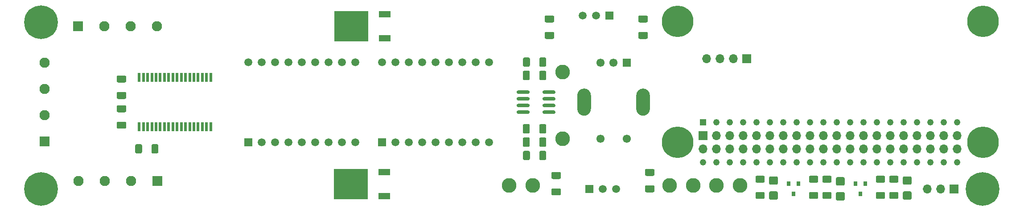
<source format=gbr>
%TF.GenerationSoftware,KiCad,Pcbnew,5.1.9-1*%
%TF.CreationDate,2021-07-13T14:20:52+02:00*%
%TF.ProjectId,led-pekac,6c65642d-7065-46b6-9163-2e6b69636164,rev?*%
%TF.SameCoordinates,Original*%
%TF.FileFunction,Soldermask,Top*%
%TF.FilePolarity,Negative*%
%FSLAX46Y46*%
G04 Gerber Fmt 4.6, Leading zero omitted, Abs format (unit mm)*
G04 Created by KiCad (PCBNEW 5.1.9-1) date 2021-07-13 14:20:52*
%MOMM*%
%LPD*%
G01*
G04 APERTURE LIST*
%ADD10C,1.550000*%
%ADD11R,1.550000X1.550000*%
%ADD12R,6.400000X5.800000*%
%ADD13R,2.200000X1.200000*%
%ADD14C,1.218000*%
%ADD15R,1.218000X1.218000*%
%ADD16C,6.000000*%
%ADD17O,1.700000X1.700000*%
%ADD18R,1.700000X1.700000*%
%ADD19C,0.800000*%
%ADD20C,6.400000*%
%ADD21R,1.950000X1.950000*%
%ADD22C,1.950000*%
%ADD23R,0.540000X1.790000*%
%ADD24C,1.508000*%
%ADD25R,1.508000X1.508000*%
%ADD26C,2.800000*%
%ADD27R,0.800000X0.900000*%
%ADD28C,1.500000*%
%ADD29R,1.500000X1.500000*%
G04 APERTURE END LIST*
%TO.C,SW1*%
G36*
G01*
X189490000Y-78710000D02*
X189490000Y-81310000D01*
G75*
G02*
X188190000Y-82610000I-1300000J0D01*
G01*
X188190000Y-82610000D01*
G75*
G02*
X186890000Y-81310000I0J1300000D01*
G01*
X186890000Y-78710000D01*
G75*
G02*
X188190000Y-77410000I1300000J0D01*
G01*
X188190000Y-77410000D01*
G75*
G02*
X189490000Y-78710000I0J-1300000D01*
G01*
G37*
G36*
G01*
X200690000Y-78710000D02*
X200690000Y-81310000D01*
G75*
G02*
X199390000Y-82610000I-1300000J0D01*
G01*
X199390000Y-82610000D01*
G75*
G02*
X198090000Y-81310000I0J1300000D01*
G01*
X198090000Y-78710000D01*
G75*
G02*
X199390000Y-77410000I1300000J0D01*
G01*
X199390000Y-77410000D01*
G75*
G02*
X200690000Y-78710000I0J-1300000D01*
G01*
G37*
D10*
X191290000Y-72510000D03*
X193790000Y-72510000D03*
D11*
X196290000Y-72510000D03*
D10*
X191290000Y-87010000D03*
X196290000Y-87010000D03*
%TD*%
D12*
%TO.C,Q3*%
X143915000Y-95630000D03*
D13*
X150215000Y-93350000D03*
X150215000Y-97910000D03*
%TD*%
D14*
%TO.C,J7*%
X251460000Y-91440000D03*
X259080000Y-91440000D03*
X254000000Y-91440000D03*
X256540000Y-91440000D03*
X254000000Y-83820000D03*
X251460000Y-83820000D03*
X256540000Y-83820000D03*
X259080000Y-83820000D03*
X213360000Y-91440000D03*
X213360000Y-83820000D03*
X210820000Y-91440000D03*
D15*
X210820000Y-83820000D03*
D14*
X218440000Y-91440000D03*
X218440000Y-83820000D03*
X215900000Y-91440000D03*
X215900000Y-83820000D03*
X223520000Y-91440000D03*
X220980000Y-91440000D03*
X223520000Y-83820000D03*
X226060000Y-83820000D03*
X220980000Y-83820000D03*
X231140000Y-91440000D03*
X228600000Y-91440000D03*
X231140000Y-83820000D03*
X233680000Y-83820000D03*
X226060000Y-91440000D03*
X228600000Y-83820000D03*
X238760000Y-91440000D03*
X236220000Y-91440000D03*
X238760000Y-83820000D03*
X241300000Y-83820000D03*
X233680000Y-91440000D03*
X236220000Y-83820000D03*
X246380000Y-91440000D03*
X243840000Y-91440000D03*
X248920000Y-91440000D03*
X246380000Y-83820000D03*
X248920000Y-83820000D03*
X241300000Y-91440000D03*
X243840000Y-83820000D03*
%TD*%
D16*
%TO.C,J4*%
X263950000Y-87630000D03*
X205950000Y-64630000D03*
X263950000Y-64630000D03*
X205950000Y-87630000D03*
D17*
X259080000Y-88900000D03*
X259080000Y-86360000D03*
X241300000Y-88900000D03*
X241300000Y-86360000D03*
X236220000Y-88900000D03*
X236220000Y-86360000D03*
X246380000Y-88900000D03*
X246380000Y-86360000D03*
X218440000Y-88900000D03*
X218440000Y-86360000D03*
X248920000Y-88900000D03*
X248920000Y-86360000D03*
X231140000Y-88900000D03*
X231140000Y-86360000D03*
X254000000Y-88900000D03*
X254000000Y-86360000D03*
X251460000Y-88900000D03*
X251460000Y-86360000D03*
X256540000Y-88900000D03*
X256540000Y-86360000D03*
X233680000Y-88900000D03*
X233680000Y-86360000D03*
X220980000Y-88900000D03*
X220980000Y-86360000D03*
X226060000Y-88900000D03*
X226060000Y-86360000D03*
X243840000Y-88900000D03*
X243840000Y-86360000D03*
X223520000Y-88900000D03*
X223520000Y-86360000D03*
X238760000Y-88900000D03*
X238760000Y-86360000D03*
D18*
X210820000Y-86360000D03*
D17*
X210820000Y-88900000D03*
X215900000Y-86360000D03*
X213360000Y-88900000D03*
X228600000Y-88900000D03*
X228600000Y-86360000D03*
X213360000Y-86360000D03*
X215900000Y-88900000D03*
%TD*%
D19*
%TO.C,H3*%
X86787056Y-63072944D03*
X85090000Y-62370000D03*
X83392944Y-63072944D03*
X82690000Y-64770000D03*
X83392944Y-66467056D03*
X85090000Y-67170000D03*
X86787056Y-66467056D03*
X87490000Y-64770000D03*
D20*
X85090000Y-64770000D03*
%TD*%
%TO.C,H2*%
X85090000Y-96520000D03*
D19*
X87490000Y-96520000D03*
X86787056Y-98217056D03*
X85090000Y-98920000D03*
X83392944Y-98217056D03*
X82690000Y-96520000D03*
X83392944Y-94822944D03*
X85090000Y-94120000D03*
X86787056Y-94822944D03*
%TD*%
D17*
%TO.C,J1*%
X211455000Y-71755000D03*
X213995000Y-71755000D03*
X216535000Y-71755000D03*
D18*
X219075000Y-71755000D03*
%TD*%
D21*
%TO.C,J2*%
X85725000Y-87503000D03*
D22*
X85725000Y-82503000D03*
X85725000Y-77503000D03*
X85725000Y-72503000D03*
%TD*%
%TO.C,J6*%
X107075000Y-65532000D03*
X102075000Y-65532000D03*
X97075000Y-65532000D03*
D21*
X92075000Y-65532000D03*
%TD*%
D22*
%TO.C,J5*%
X92188000Y-94996000D03*
X97188000Y-94996000D03*
X102188000Y-94996000D03*
D21*
X107188000Y-94996000D03*
%TD*%
%TO.C,U6*%
G36*
G01*
X182420000Y-82265000D02*
X180620000Y-82265000D01*
G75*
G02*
X180270000Y-81915000I0J350000D01*
G01*
X180270000Y-81915000D01*
G75*
G02*
X180620000Y-81565000I350000J0D01*
G01*
X182420000Y-81565000D01*
G75*
G02*
X182770000Y-81915000I0J-350000D01*
G01*
X182770000Y-81915000D01*
G75*
G02*
X182420000Y-82265000I-350000J0D01*
G01*
G37*
G36*
G01*
X182420000Y-80995000D02*
X180620000Y-80995000D01*
G75*
G02*
X180270000Y-80645000I0J350000D01*
G01*
X180270000Y-80645000D01*
G75*
G02*
X180620000Y-80295000I350000J0D01*
G01*
X182420000Y-80295000D01*
G75*
G02*
X182770000Y-80645000I0J-350000D01*
G01*
X182770000Y-80645000D01*
G75*
G02*
X182420000Y-80995000I-350000J0D01*
G01*
G37*
G36*
G01*
X182420000Y-79725000D02*
X180620000Y-79725000D01*
G75*
G02*
X180270000Y-79375000I0J350000D01*
G01*
X180270000Y-79375000D01*
G75*
G02*
X180620000Y-79025000I350000J0D01*
G01*
X182420000Y-79025000D01*
G75*
G02*
X182770000Y-79375000I0J-350000D01*
G01*
X182770000Y-79375000D01*
G75*
G02*
X182420000Y-79725000I-350000J0D01*
G01*
G37*
G36*
G01*
X182420000Y-78455000D02*
X180620000Y-78455000D01*
G75*
G02*
X180270000Y-78105000I0J350000D01*
G01*
X180270000Y-78105000D01*
G75*
G02*
X180620000Y-77755000I350000J0D01*
G01*
X182420000Y-77755000D01*
G75*
G02*
X182770000Y-78105000I0J-350000D01*
G01*
X182770000Y-78105000D01*
G75*
G02*
X182420000Y-78455000I-350000J0D01*
G01*
G37*
G36*
G01*
X177520000Y-82265000D02*
X175720000Y-82265000D01*
G75*
G02*
X175370000Y-81915000I0J350000D01*
G01*
X175370000Y-81915000D01*
G75*
G02*
X175720000Y-81565000I350000J0D01*
G01*
X177520000Y-81565000D01*
G75*
G02*
X177870000Y-81915000I0J-350000D01*
G01*
X177870000Y-81915000D01*
G75*
G02*
X177520000Y-82265000I-350000J0D01*
G01*
G37*
G36*
G01*
X177520000Y-80995000D02*
X175720000Y-80995000D01*
G75*
G02*
X175370000Y-80645000I0J350000D01*
G01*
X175370000Y-80645000D01*
G75*
G02*
X175720000Y-80295000I350000J0D01*
G01*
X177520000Y-80295000D01*
G75*
G02*
X177870000Y-80645000I0J-350000D01*
G01*
X177870000Y-80645000D01*
G75*
G02*
X177520000Y-80995000I-350000J0D01*
G01*
G37*
G36*
G01*
X177520000Y-79725000D02*
X175720000Y-79725000D01*
G75*
G02*
X175370000Y-79375000I0J350000D01*
G01*
X175370000Y-79375000D01*
G75*
G02*
X175720000Y-79025000I350000J0D01*
G01*
X177520000Y-79025000D01*
G75*
G02*
X177870000Y-79375000I0J-350000D01*
G01*
X177870000Y-79375000D01*
G75*
G02*
X177520000Y-79725000I-350000J0D01*
G01*
G37*
G36*
G01*
X177520000Y-78455000D02*
X175720000Y-78455000D01*
G75*
G02*
X175370000Y-78105000I0J350000D01*
G01*
X175370000Y-78105000D01*
G75*
G02*
X175720000Y-77755000I350000J0D01*
G01*
X177520000Y-77755000D01*
G75*
G02*
X177870000Y-78105000I0J-350000D01*
G01*
X177870000Y-78105000D01*
G75*
G02*
X177520000Y-78455000I-350000J0D01*
G01*
G37*
%TD*%
D23*
%TO.C,U3*%
X103690000Y-84730000D03*
X104490000Y-84730000D03*
X105290000Y-84730000D03*
X106090000Y-84730000D03*
X106890000Y-84730000D03*
X107690000Y-84730000D03*
X108490000Y-84730000D03*
X109290000Y-84730000D03*
X110090000Y-84730000D03*
X110890000Y-84730000D03*
X111690000Y-84730000D03*
X112490000Y-84730000D03*
X113290000Y-84730000D03*
X114090000Y-84730000D03*
X114890000Y-84730000D03*
X115690000Y-84730000D03*
X116490000Y-84730000D03*
X117290000Y-84730000D03*
X117290000Y-75290000D03*
X116490000Y-75290000D03*
X115690000Y-75290000D03*
X114890000Y-75290000D03*
X114090000Y-75290000D03*
X113290000Y-75290000D03*
X112490000Y-75290000D03*
X111690000Y-75290000D03*
X110890000Y-75290000D03*
X110090000Y-75290000D03*
X109290000Y-75290000D03*
X108490000Y-75290000D03*
X107690000Y-75290000D03*
X106890000Y-75290000D03*
X106090000Y-75290000D03*
X105290000Y-75290000D03*
X104490000Y-75290000D03*
X103690000Y-75290000D03*
%TD*%
D24*
%TO.C,U2*%
X187960000Y-63500000D03*
X190500000Y-63500000D03*
D25*
X193040000Y-63500000D03*
%TD*%
D24*
%TO.C,U1*%
X194310000Y-96520000D03*
X191770000Y-96520000D03*
D25*
X189230000Y-96520000D03*
%TD*%
D26*
%TO.C,TP8*%
X184150000Y-74295000D03*
%TD*%
%TO.C,TP7*%
X184150000Y-86995000D03*
%TD*%
%TO.C,TP6*%
X208915000Y-95885000D03*
%TD*%
%TO.C,TP5*%
X204470000Y-95885000D03*
%TD*%
%TO.C,TP4*%
X178435000Y-95885000D03*
%TD*%
%TO.C,TP3*%
X173990000Y-95885000D03*
%TD*%
%TO.C,TP2*%
X213360000Y-95885000D03*
%TD*%
%TO.C,TP1*%
X217805000Y-95885000D03*
%TD*%
D18*
%TO.C,J3*%
X258445000Y-96520000D03*
D17*
X255905000Y-96520000D03*
X253365000Y-96520000D03*
%TD*%
D19*
%TO.C,H1*%
X265603056Y-94822944D03*
X263906000Y-94120000D03*
X262208944Y-94822944D03*
X261506000Y-96520000D03*
X262208944Y-98217056D03*
X263906000Y-98920000D03*
X265603056Y-98217056D03*
X266306000Y-96520000D03*
D20*
X263906000Y-96520000D03*
%TD*%
%TO.C,R7*%
G36*
G01*
X220989999Y-97140000D02*
X222240001Y-97140000D01*
G75*
G02*
X222490000Y-97389999I0J-249999D01*
G01*
X222490000Y-98190001D01*
G75*
G02*
X222240001Y-98440000I-249999J0D01*
G01*
X220989999Y-98440000D01*
G75*
G02*
X220740000Y-98190001I0J249999D01*
G01*
X220740000Y-97389999D01*
G75*
G02*
X220989999Y-97140000I249999J0D01*
G01*
G37*
G36*
G01*
X220989999Y-94040000D02*
X222240001Y-94040000D01*
G75*
G02*
X222490000Y-94289999I0J-249999D01*
G01*
X222490000Y-95090001D01*
G75*
G02*
X222240001Y-95340000I-249999J0D01*
G01*
X220989999Y-95340000D01*
G75*
G02*
X220740000Y-95090001I0J249999D01*
G01*
X220740000Y-94289999D01*
G75*
G02*
X220989999Y-94040000I249999J0D01*
G01*
G37*
%TD*%
D27*
%TO.C,Q1*%
X240665000Y-97520000D03*
X239715000Y-95520000D03*
X241615000Y-95520000D03*
%TD*%
%TO.C,R5*%
G36*
G01*
X231149999Y-97140000D02*
X232400001Y-97140000D01*
G75*
G02*
X232650000Y-97389999I0J-249999D01*
G01*
X232650000Y-98190001D01*
G75*
G02*
X232400001Y-98440000I-249999J0D01*
G01*
X231149999Y-98440000D01*
G75*
G02*
X230900000Y-98190001I0J249999D01*
G01*
X230900000Y-97389999D01*
G75*
G02*
X231149999Y-97140000I249999J0D01*
G01*
G37*
G36*
G01*
X231149999Y-94040000D02*
X232400001Y-94040000D01*
G75*
G02*
X232650000Y-94289999I0J-249999D01*
G01*
X232650000Y-95090001D01*
G75*
G02*
X232400001Y-95340000I-249999J0D01*
G01*
X231149999Y-95340000D01*
G75*
G02*
X230900000Y-95090001I0J249999D01*
G01*
X230900000Y-94289999D01*
G75*
G02*
X231149999Y-94040000I249999J0D01*
G01*
G37*
%TD*%
%TO.C,Q2*%
X227965000Y-97520000D03*
X227015000Y-95520000D03*
X228915000Y-95520000D03*
%TD*%
%TO.C,R4*%
G36*
G01*
X245100001Y-95340000D02*
X243849999Y-95340000D01*
G75*
G02*
X243600000Y-95090001I0J249999D01*
G01*
X243600000Y-94289999D01*
G75*
G02*
X243849999Y-94040000I249999J0D01*
G01*
X245100001Y-94040000D01*
G75*
G02*
X245350000Y-94289999I0J-249999D01*
G01*
X245350000Y-95090001D01*
G75*
G02*
X245100001Y-95340000I-249999J0D01*
G01*
G37*
G36*
G01*
X245100001Y-98440000D02*
X243849999Y-98440000D01*
G75*
G02*
X243600000Y-98190001I0J249999D01*
G01*
X243600000Y-97389999D01*
G75*
G02*
X243849999Y-97140000I249999J0D01*
G01*
X245100001Y-97140000D01*
G75*
G02*
X245350000Y-97389999I0J-249999D01*
G01*
X245350000Y-98190001D01*
G75*
G02*
X245100001Y-98440000I-249999J0D01*
G01*
G37*
%TD*%
%TO.C,C3*%
G36*
G01*
X201310003Y-94057500D02*
X200009997Y-94057500D01*
G75*
G02*
X199760000Y-93807503I0J249997D01*
G01*
X199760000Y-92982497D01*
G75*
G02*
X200009997Y-92732500I249997J0D01*
G01*
X201310003Y-92732500D01*
G75*
G02*
X201560000Y-92982497I0J-249997D01*
G01*
X201560000Y-93807503D01*
G75*
G02*
X201310003Y-94057500I-249997J0D01*
G01*
G37*
G36*
G01*
X201310003Y-97182500D02*
X200009997Y-97182500D01*
G75*
G02*
X199760000Y-96932503I0J249997D01*
G01*
X199760000Y-96107497D01*
G75*
G02*
X200009997Y-95857500I249997J0D01*
G01*
X201310003Y-95857500D01*
G75*
G02*
X201560000Y-96107497I0J-249997D01*
G01*
X201560000Y-96932503D01*
G75*
G02*
X201310003Y-97182500I-249997J0D01*
G01*
G37*
%TD*%
%TO.C,C4*%
G36*
G01*
X180959997Y-66647500D02*
X182260003Y-66647500D01*
G75*
G02*
X182510000Y-66897497I0J-249997D01*
G01*
X182510000Y-67722503D01*
G75*
G02*
X182260003Y-67972500I-249997J0D01*
G01*
X180959997Y-67972500D01*
G75*
G02*
X180710000Y-67722503I0J249997D01*
G01*
X180710000Y-66897497D01*
G75*
G02*
X180959997Y-66647500I249997J0D01*
G01*
G37*
G36*
G01*
X180959997Y-63522500D02*
X182260003Y-63522500D01*
G75*
G02*
X182510000Y-63772497I0J-249997D01*
G01*
X182510000Y-64597503D01*
G75*
G02*
X182260003Y-64847500I-249997J0D01*
G01*
X180959997Y-64847500D01*
G75*
G02*
X180710000Y-64597503I0J249997D01*
G01*
X180710000Y-63772497D01*
G75*
G02*
X180959997Y-63522500I249997J0D01*
G01*
G37*
%TD*%
%TO.C,C2*%
G36*
G01*
X198739997Y-66647500D02*
X200040003Y-66647500D01*
G75*
G02*
X200290000Y-66897497I0J-249997D01*
G01*
X200290000Y-67722503D01*
G75*
G02*
X200040003Y-67972500I-249997J0D01*
G01*
X198739997Y-67972500D01*
G75*
G02*
X198490000Y-67722503I0J249997D01*
G01*
X198490000Y-66897497D01*
G75*
G02*
X198739997Y-66647500I249997J0D01*
G01*
G37*
G36*
G01*
X198739997Y-63522500D02*
X200040003Y-63522500D01*
G75*
G02*
X200290000Y-63772497I0J-249997D01*
G01*
X200290000Y-64597503D01*
G75*
G02*
X200040003Y-64847500I-249997J0D01*
G01*
X198739997Y-64847500D01*
G75*
G02*
X198490000Y-64597503I0J249997D01*
G01*
X198490000Y-63772497D01*
G75*
G02*
X198739997Y-63522500I249997J0D01*
G01*
G37*
%TD*%
%TO.C,C1*%
G36*
G01*
X183530003Y-94642500D02*
X182229997Y-94642500D01*
G75*
G02*
X181980000Y-94392503I0J249997D01*
G01*
X181980000Y-93567497D01*
G75*
G02*
X182229997Y-93317500I249997J0D01*
G01*
X183530003Y-93317500D01*
G75*
G02*
X183780000Y-93567497I0J-249997D01*
G01*
X183780000Y-94392503D01*
G75*
G02*
X183530003Y-94642500I-249997J0D01*
G01*
G37*
G36*
G01*
X183530003Y-97767500D02*
X182229997Y-97767500D01*
G75*
G02*
X181980000Y-97517503I0J249997D01*
G01*
X181980000Y-96692497D01*
G75*
G02*
X182229997Y-96442500I249997J0D01*
G01*
X183530003Y-96442500D01*
G75*
G02*
X183780000Y-96692497I0J-249997D01*
G01*
X183780000Y-97517503D01*
G75*
G02*
X183530003Y-97767500I-249997J0D01*
G01*
G37*
%TD*%
D28*
%TO.C,U4*%
X124460000Y-72390000D03*
X127000000Y-72390000D03*
X129540000Y-72390000D03*
X132080000Y-72390000D03*
X134620000Y-72390000D03*
X137160000Y-72390000D03*
X139700000Y-72390000D03*
X142240000Y-72390000D03*
X144780000Y-72390000D03*
X144780000Y-87630000D03*
X142240000Y-87630000D03*
X139700000Y-87630000D03*
X137160000Y-87630000D03*
X134620000Y-87630000D03*
X132080000Y-87630000D03*
X129540000Y-87630000D03*
X127000000Y-87630000D03*
D29*
X124460000Y-87630000D03*
%TD*%
D28*
%TO.C,U5*%
X149860000Y-72390000D03*
X152400000Y-72390000D03*
X154940000Y-72390000D03*
X157480000Y-72390000D03*
X160020000Y-72390000D03*
X162560000Y-72390000D03*
X165100000Y-72390000D03*
X167640000Y-72390000D03*
X170180000Y-72390000D03*
X170180000Y-87630000D03*
X167640000Y-87630000D03*
X165100000Y-87630000D03*
X162560000Y-87630000D03*
X160020000Y-87630000D03*
X157480000Y-87630000D03*
X154940000Y-87630000D03*
X152400000Y-87630000D03*
D29*
X149860000Y-87630000D03*
%TD*%
%TO.C,R2*%
G36*
G01*
X177890000Y-71764999D02*
X177890000Y-73015001D01*
G75*
G02*
X177640001Y-73265000I-249999J0D01*
G01*
X176839999Y-73265000D01*
G75*
G02*
X176590000Y-73015001I0J249999D01*
G01*
X176590000Y-71764999D01*
G75*
G02*
X176839999Y-71515000I249999J0D01*
G01*
X177640001Y-71515000D01*
G75*
G02*
X177890000Y-71764999I0J-249999D01*
G01*
G37*
G36*
G01*
X180990000Y-71764999D02*
X180990000Y-73015001D01*
G75*
G02*
X180740001Y-73265000I-249999J0D01*
G01*
X179939999Y-73265000D01*
G75*
G02*
X179690000Y-73015001I0J249999D01*
G01*
X179690000Y-71764999D01*
G75*
G02*
X179939999Y-71515000I249999J0D01*
G01*
X180740001Y-71515000D01*
G75*
G02*
X180990000Y-71764999I0J-249999D01*
G01*
G37*
%TD*%
%TO.C,R6*%
G36*
G01*
X234940001Y-95340000D02*
X233689999Y-95340000D01*
G75*
G02*
X233440000Y-95090001I0J249999D01*
G01*
X233440000Y-94289999D01*
G75*
G02*
X233689999Y-94040000I249999J0D01*
G01*
X234940001Y-94040000D01*
G75*
G02*
X235190000Y-94289999I0J-249999D01*
G01*
X235190000Y-95090001D01*
G75*
G02*
X234940001Y-95340000I-249999J0D01*
G01*
G37*
G36*
G01*
X234940001Y-98440000D02*
X233689999Y-98440000D01*
G75*
G02*
X233440000Y-98190001I0J249999D01*
G01*
X233440000Y-97389999D01*
G75*
G02*
X233689999Y-97140000I249999J0D01*
G01*
X234940001Y-97140000D01*
G75*
G02*
X235190000Y-97389999I0J-249999D01*
G01*
X235190000Y-98190001D01*
G75*
G02*
X234940001Y-98440000I-249999J0D01*
G01*
G37*
%TD*%
%TO.C,D1*%
G36*
G01*
X236280000Y-97145000D02*
X237430000Y-97145000D01*
G75*
G02*
X237680000Y-97395000I0J-250000D01*
G01*
X237680000Y-98495000D01*
G75*
G02*
X237430000Y-98745000I-250000J0D01*
G01*
X236280000Y-98745000D01*
G75*
G02*
X236030000Y-98495000I0J250000D01*
G01*
X236030000Y-97395000D01*
G75*
G02*
X236280000Y-97145000I250000J0D01*
G01*
G37*
G36*
G01*
X236280000Y-94295000D02*
X237430000Y-94295000D01*
G75*
G02*
X237680000Y-94545000I0J-250000D01*
G01*
X237680000Y-95645000D01*
G75*
G02*
X237430000Y-95895000I-250000J0D01*
G01*
X236280000Y-95895000D01*
G75*
G02*
X236030000Y-95645000I0J250000D01*
G01*
X236030000Y-94545000D01*
G75*
G02*
X236280000Y-94295000I250000J0D01*
G01*
G37*
%TD*%
%TO.C,D2*%
G36*
G01*
X223580000Y-96990000D02*
X224730000Y-96990000D01*
G75*
G02*
X224980000Y-97240000I0J-250000D01*
G01*
X224980000Y-98340000D01*
G75*
G02*
X224730000Y-98590000I-250000J0D01*
G01*
X223580000Y-98590000D01*
G75*
G02*
X223330000Y-98340000I0J250000D01*
G01*
X223330000Y-97240000D01*
G75*
G02*
X223580000Y-96990000I250000J0D01*
G01*
G37*
G36*
G01*
X223580000Y-94140000D02*
X224730000Y-94140000D01*
G75*
G02*
X224980000Y-94390000I0J-250000D01*
G01*
X224980000Y-95490000D01*
G75*
G02*
X224730000Y-95740000I-250000J0D01*
G01*
X223580000Y-95740000D01*
G75*
G02*
X223330000Y-95490000I0J250000D01*
G01*
X223330000Y-94390000D01*
G75*
G02*
X223580000Y-94140000I250000J0D01*
G01*
G37*
%TD*%
%TO.C,R8*%
G36*
G01*
X247640001Y-95340000D02*
X246389999Y-95340000D01*
G75*
G02*
X246140000Y-95090001I0J249999D01*
G01*
X246140000Y-94289999D01*
G75*
G02*
X246389999Y-94040000I249999J0D01*
G01*
X247640001Y-94040000D01*
G75*
G02*
X247890000Y-94289999I0J-249999D01*
G01*
X247890000Y-95090001D01*
G75*
G02*
X247640001Y-95340000I-249999J0D01*
G01*
G37*
G36*
G01*
X247640001Y-98440000D02*
X246389999Y-98440000D01*
G75*
G02*
X246140000Y-98190001I0J249999D01*
G01*
X246140000Y-97389999D01*
G75*
G02*
X246389999Y-97140000I249999J0D01*
G01*
X247640001Y-97140000D01*
G75*
G02*
X247890000Y-97389999I0J-249999D01*
G01*
X247890000Y-98190001D01*
G75*
G02*
X247640001Y-98440000I-249999J0D01*
G01*
G37*
%TD*%
D12*
%TO.C,Q4*%
X144018000Y-65532000D03*
D13*
X150318000Y-63252000D03*
X150318000Y-67812000D03*
%TD*%
%TO.C,D3*%
G36*
G01*
X248980000Y-96990000D02*
X250130000Y-96990000D01*
G75*
G02*
X250380000Y-97240000I0J-250000D01*
G01*
X250380000Y-98340000D01*
G75*
G02*
X250130000Y-98590000I-250000J0D01*
G01*
X248980000Y-98590000D01*
G75*
G02*
X248730000Y-98340000I0J250000D01*
G01*
X248730000Y-97240000D01*
G75*
G02*
X248980000Y-96990000I250000J0D01*
G01*
G37*
G36*
G01*
X248980000Y-94140000D02*
X250130000Y-94140000D01*
G75*
G02*
X250380000Y-94390000I0J-250000D01*
G01*
X250380000Y-95490000D01*
G75*
G02*
X250130000Y-95740000I-250000J0D01*
G01*
X248980000Y-95740000D01*
G75*
G02*
X248730000Y-95490000I0J250000D01*
G01*
X248730000Y-94390000D01*
G75*
G02*
X248980000Y-94140000I250000J0D01*
G01*
G37*
%TD*%
%TO.C,C7*%
G36*
G01*
X179677500Y-88280003D02*
X179677500Y-86979997D01*
G75*
G02*
X179927497Y-86730000I249997J0D01*
G01*
X180752503Y-86730000D01*
G75*
G02*
X181002500Y-86979997I0J-249997D01*
G01*
X181002500Y-88280003D01*
G75*
G02*
X180752503Y-88530000I-249997J0D01*
G01*
X179927497Y-88530000D01*
G75*
G02*
X179677500Y-88280003I0J249997D01*
G01*
G37*
G36*
G01*
X176552500Y-88280003D02*
X176552500Y-86979997D01*
G75*
G02*
X176802497Y-86730000I249997J0D01*
G01*
X177627503Y-86730000D01*
G75*
G02*
X177877500Y-86979997I0J-249997D01*
G01*
X177877500Y-88280003D01*
G75*
G02*
X177627503Y-88530000I-249997J0D01*
G01*
X176802497Y-88530000D01*
G75*
G02*
X176552500Y-88280003I0J249997D01*
G01*
G37*
%TD*%
%TO.C,R3*%
G36*
G01*
X177890000Y-89544999D02*
X177890000Y-90795001D01*
G75*
G02*
X177640001Y-91045000I-249999J0D01*
G01*
X176839999Y-91045000D01*
G75*
G02*
X176590000Y-90795001I0J249999D01*
G01*
X176590000Y-89544999D01*
G75*
G02*
X176839999Y-89295000I249999J0D01*
G01*
X177640001Y-89295000D01*
G75*
G02*
X177890000Y-89544999I0J-249999D01*
G01*
G37*
G36*
G01*
X180990000Y-89544999D02*
X180990000Y-90795001D01*
G75*
G02*
X180740001Y-91045000I-249999J0D01*
G01*
X179939999Y-91045000D01*
G75*
G02*
X179690000Y-90795001I0J249999D01*
G01*
X179690000Y-89544999D01*
G75*
G02*
X179939999Y-89295000I249999J0D01*
G01*
X180740001Y-89295000D01*
G75*
G02*
X180990000Y-89544999I0J-249999D01*
G01*
G37*
%TD*%
%TO.C,C8*%
G36*
G01*
X179677500Y-85740003D02*
X179677500Y-84439997D01*
G75*
G02*
X179927497Y-84190000I249997J0D01*
G01*
X180752503Y-84190000D01*
G75*
G02*
X181002500Y-84439997I0J-249997D01*
G01*
X181002500Y-85740003D01*
G75*
G02*
X180752503Y-85990000I-249997J0D01*
G01*
X179927497Y-85990000D01*
G75*
G02*
X179677500Y-85740003I0J249997D01*
G01*
G37*
G36*
G01*
X176552500Y-85740003D02*
X176552500Y-84439997D01*
G75*
G02*
X176802497Y-84190000I249997J0D01*
G01*
X177627503Y-84190000D01*
G75*
G02*
X177877500Y-84439997I0J-249997D01*
G01*
X177877500Y-85740003D01*
G75*
G02*
X177627503Y-85990000I-249997J0D01*
G01*
X176802497Y-85990000D01*
G75*
G02*
X176552500Y-85740003I0J249997D01*
G01*
G37*
%TD*%
%TO.C,R1*%
G36*
G01*
X106030000Y-89525001D02*
X106030000Y-88274999D01*
G75*
G02*
X106279999Y-88025000I249999J0D01*
G01*
X107080001Y-88025000D01*
G75*
G02*
X107330000Y-88274999I0J-249999D01*
G01*
X107330000Y-89525001D01*
G75*
G02*
X107080001Y-89775000I-249999J0D01*
G01*
X106279999Y-89775000D01*
G75*
G02*
X106030000Y-89525001I0J249999D01*
G01*
G37*
G36*
G01*
X102930000Y-89525001D02*
X102930000Y-88274999D01*
G75*
G02*
X103179999Y-88025000I249999J0D01*
G01*
X103980001Y-88025000D01*
G75*
G02*
X104230000Y-88274999I0J-249999D01*
G01*
X104230000Y-89525001D01*
G75*
G02*
X103980001Y-89775000I-249999J0D01*
G01*
X103179999Y-89775000D01*
G75*
G02*
X102930000Y-89525001I0J249999D01*
G01*
G37*
%TD*%
%TO.C,C9*%
G36*
G01*
X179677500Y-75580003D02*
X179677500Y-74279997D01*
G75*
G02*
X179927497Y-74030000I249997J0D01*
G01*
X180752503Y-74030000D01*
G75*
G02*
X181002500Y-74279997I0J-249997D01*
G01*
X181002500Y-75580003D01*
G75*
G02*
X180752503Y-75830000I-249997J0D01*
G01*
X179927497Y-75830000D01*
G75*
G02*
X179677500Y-75580003I0J249997D01*
G01*
G37*
G36*
G01*
X176552500Y-75580003D02*
X176552500Y-74279997D01*
G75*
G02*
X176802497Y-74030000I249997J0D01*
G01*
X177627503Y-74030000D01*
G75*
G02*
X177877500Y-74279997I0J-249997D01*
G01*
X177877500Y-75580003D01*
G75*
G02*
X177627503Y-75830000I-249997J0D01*
G01*
X176802497Y-75830000D01*
G75*
G02*
X176552500Y-75580003I0J249997D01*
G01*
G37*
%TD*%
%TO.C,C6*%
G36*
G01*
X100980003Y-76277500D02*
X99679997Y-76277500D01*
G75*
G02*
X99430000Y-76027503I0J249997D01*
G01*
X99430000Y-75202497D01*
G75*
G02*
X99679997Y-74952500I249997J0D01*
G01*
X100980003Y-74952500D01*
G75*
G02*
X101230000Y-75202497I0J-249997D01*
G01*
X101230000Y-76027503D01*
G75*
G02*
X100980003Y-76277500I-249997J0D01*
G01*
G37*
G36*
G01*
X100980003Y-79402500D02*
X99679997Y-79402500D01*
G75*
G02*
X99430000Y-79152503I0J249997D01*
G01*
X99430000Y-78327497D01*
G75*
G02*
X99679997Y-78077500I249997J0D01*
G01*
X100980003Y-78077500D01*
G75*
G02*
X101230000Y-78327497I0J-249997D01*
G01*
X101230000Y-79152503D01*
G75*
G02*
X100980003Y-79402500I-249997J0D01*
G01*
G37*
%TD*%
%TO.C,C5*%
G36*
G01*
X99679997Y-83742500D02*
X100980003Y-83742500D01*
G75*
G02*
X101230000Y-83992497I0J-249997D01*
G01*
X101230000Y-84817503D01*
G75*
G02*
X100980003Y-85067500I-249997J0D01*
G01*
X99679997Y-85067500D01*
G75*
G02*
X99430000Y-84817503I0J249997D01*
G01*
X99430000Y-83992497D01*
G75*
G02*
X99679997Y-83742500I249997J0D01*
G01*
G37*
G36*
G01*
X99679997Y-80617500D02*
X100980003Y-80617500D01*
G75*
G02*
X101230000Y-80867497I0J-249997D01*
G01*
X101230000Y-81692503D01*
G75*
G02*
X100980003Y-81942500I-249997J0D01*
G01*
X99679997Y-81942500D01*
G75*
G02*
X99430000Y-81692503I0J249997D01*
G01*
X99430000Y-80867497D01*
G75*
G02*
X99679997Y-80617500I249997J0D01*
G01*
G37*
%TD*%
M02*

</source>
